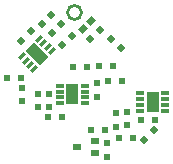
<source format=gbp>
G04*
G04 #@! TF.GenerationSoftware,Altium Limited,Altium Designer,20.0.13 (296)*
G04*
G04 Layer_Color=128*
%FSLAX25Y25*%
%MOIN*%
G70*
G01*
G75*
%ADD18P,0.03062X4X270.0*%
%ADD19R,0.02165X0.02165*%
%ADD45C,0.00984*%
G04:AMPARAMS|DCode=46|XSize=27.56mil|YSize=11.81mil|CornerRadius=0mil|HoleSize=0mil|Usage=FLASHONLY|Rotation=225.000|XOffset=0mil|YOffset=0mil|HoleType=Round|Shape=Rectangle|*
%AMROTATEDRECTD46*
4,1,4,0.00557,0.01392,0.01392,0.00557,-0.00557,-0.01392,-0.01392,-0.00557,0.00557,0.01392,0.0*
%
%ADD46ROTATEDRECTD46*%

G04:AMPARAMS|DCode=47|XSize=66.93mil|YSize=39.37mil|CornerRadius=0mil|HoleSize=0mil|Usage=FLASHONLY|Rotation=135.000|XOffset=0mil|YOffset=0mil|HoleType=Round|Shape=Rectangle|*
%AMROTATEDRECTD47*
4,1,4,0.03758,-0.00974,0.00974,-0.03758,-0.03758,0.00974,-0.00974,0.03758,0.03758,-0.00974,0.0*
%
%ADD47ROTATEDRECTD47*%

%ADD48R,0.02756X0.01181*%
%ADD49R,0.03937X0.06693*%
%ADD50R,0.02539X0.01890*%
G04:AMPARAMS|DCode=51|XSize=25.59mil|YSize=21.46mil|CornerRadius=0mil|HoleSize=0mil|Usage=FLASHONLY|Rotation=45.000|XOffset=0mil|YOffset=0mil|HoleType=Round|Shape=Rectangle|*
%AMROTATEDRECTD51*
4,1,4,-0.00146,-0.01663,-0.01663,-0.00146,0.00146,0.01663,0.01663,0.00146,-0.00146,-0.01663,0.0*
%
%ADD51ROTATEDRECTD51*%

%ADD52C,0.00394*%
%ADD53R,0.02165X0.02165*%
%ADD54P,0.03062X4X360.0*%
D18*
X30374Y45374D02*
D03*
X33626Y48626D02*
D03*
X24126Y46626D02*
D03*
X20874Y43374D02*
D03*
X7374Y44874D02*
D03*
X10626Y48126D02*
D03*
X48374Y11874D02*
D03*
X51626Y15126D02*
D03*
D19*
X33200Y36500D02*
D03*
X37800D02*
D03*
X24700Y36000D02*
D03*
X29300D02*
D03*
X40800Y31500D02*
D03*
X36200D02*
D03*
X47200Y18500D02*
D03*
X51800D02*
D03*
X39917Y12497D02*
D03*
X44517D02*
D03*
X35300Y15000D02*
D03*
X30700D02*
D03*
X20800Y19500D02*
D03*
X16200D02*
D03*
X7300Y32500D02*
D03*
X2700D02*
D03*
D45*
X27434Y54296D02*
G03*
X27434Y54296I-2362J0D01*
G01*
D46*
X13335Y45511D02*
D03*
X14727Y44119D02*
D03*
X16119Y42727D02*
D03*
X17511Y41335D02*
D03*
X11665Y35489D02*
D03*
X10273Y36881D02*
D03*
X8881Y38273D02*
D03*
X7489Y39665D02*
D03*
D47*
X12500Y40500D02*
D03*
D48*
X20232Y24032D02*
D03*
Y26000D02*
D03*
Y27968D02*
D03*
Y29937D02*
D03*
X28500D02*
D03*
Y27968D02*
D03*
Y26000D02*
D03*
Y24032D02*
D03*
X47000Y21563D02*
D03*
Y23531D02*
D03*
Y25500D02*
D03*
Y27468D02*
D03*
X55268D02*
D03*
Y25500D02*
D03*
Y23531D02*
D03*
Y21563D02*
D03*
D49*
X24366Y26984D02*
D03*
X51134Y24516D02*
D03*
D50*
X31961Y11468D02*
D03*
Y7531D02*
D03*
X26039Y9500D02*
D03*
D51*
X30500Y51500D02*
D03*
X27861Y48870D02*
D03*
D52*
X23373Y56050D02*
D03*
D53*
X32500Y30800D02*
D03*
Y26200D02*
D03*
X13000Y27300D02*
D03*
Y22700D02*
D03*
X7500Y29300D02*
D03*
Y24700D02*
D03*
X42500Y16700D02*
D03*
Y21300D02*
D03*
X39000Y20800D02*
D03*
Y16200D02*
D03*
X36000Y6200D02*
D03*
Y10800D02*
D03*
X16500Y27300D02*
D03*
Y22700D02*
D03*
D54*
X40626Y42374D02*
D03*
X37374Y45626D02*
D03*
X17626Y47374D02*
D03*
X14374Y50626D02*
D03*
X17374Y53626D02*
D03*
X20626Y50374D02*
D03*
M02*

</source>
